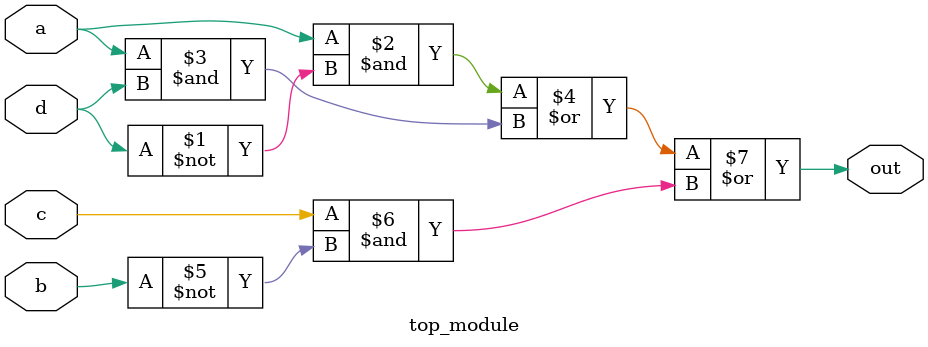
<source format=v>
module top_module(
    input a,
    input b,
    input c,
    input d,
    output out  ); 
    assign out = a&(~d)|a&d|c&(~b);
endmodule

</source>
